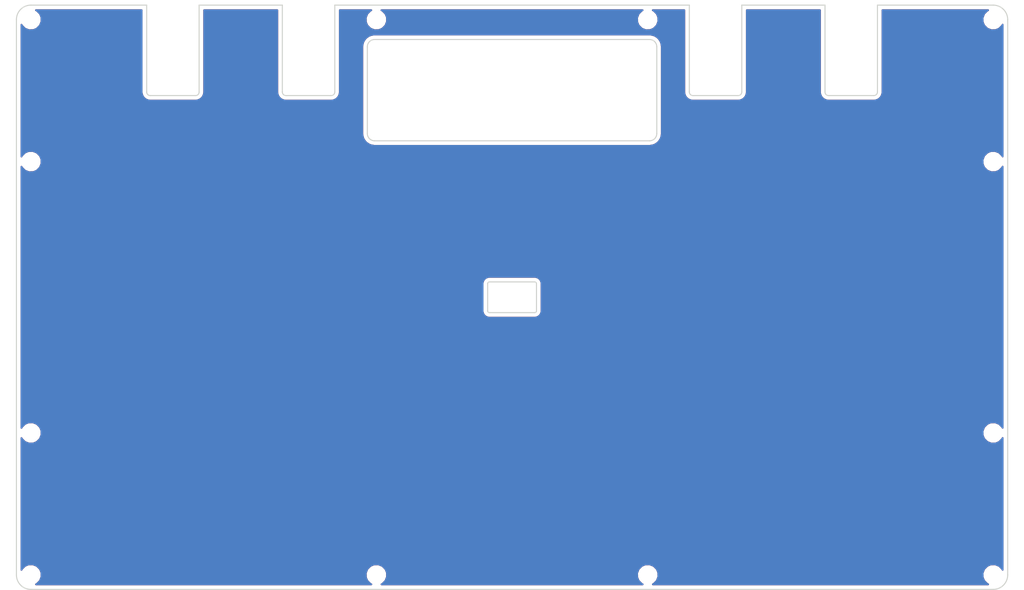
<source format=kicad_pcb>
(kicad_pcb (version 20171130) (host pcbnew 5.0.2-bee76a0~70~ubuntu18.04.1)

  (general
    (thickness 1.6)
    (drawings 48)
    (tracks 0)
    (zones 0)
    (modules 12)
    (nets 1)
  )

  (page A4)
  (layers
    (0 F.Cu signal)
    (31 B.Cu signal)
    (32 B.Adhes user)
    (33 F.Adhes user)
    (34 B.Paste user)
    (35 F.Paste user)
    (36 B.SilkS user)
    (37 F.SilkS user)
    (38 B.Mask user)
    (39 F.Mask user)
    (40 Dwgs.User user)
    (41 Cmts.User user)
    (42 Eco1.User user)
    (43 Eco2.User user)
    (44 Edge.Cuts user)
    (45 Margin user)
    (46 B.CrtYd user)
    (47 F.CrtYd user)
    (48 B.Fab user)
    (49 F.Fab user)
  )

  (setup
    (last_trace_width 0.25)
    (trace_clearance 0.2)
    (zone_clearance 0.508)
    (zone_45_only no)
    (trace_min 0.2)
    (segment_width 0.2)
    (edge_width 0.15)
    (via_size 0.8)
    (via_drill 0.4)
    (via_min_size 0.4)
    (via_min_drill 0.3)
    (uvia_size 0.3)
    (uvia_drill 0.1)
    (uvias_allowed no)
    (uvia_min_size 0.2)
    (uvia_min_drill 0.1)
    (pcb_text_width 0.3)
    (pcb_text_size 1.5 1.5)
    (mod_edge_width 0.15)
    (mod_text_size 1 1)
    (mod_text_width 0.15)
    (pad_size 1.524 1.524)
    (pad_drill 0.762)
    (pad_to_mask_clearance 0.051)
    (solder_mask_min_width 0.25)
    (aux_axis_origin 34.544 120.396)
    (visible_elements FFFFF77F)
    (pcbplotparams
      (layerselection 0x010fc_ffffffff)
      (usegerberextensions false)
      (usegerberattributes false)
      (usegerberadvancedattributes false)
      (creategerberjobfile false)
      (excludeedgelayer true)
      (linewidth 0.100000)
      (plotframeref false)
      (viasonmask false)
      (mode 1)
      (useauxorigin false)
      (hpglpennumber 1)
      (hpglpenspeed 20)
      (hpglpendiameter 15.000000)
      (psnegative false)
      (psa4output false)
      (plotreference true)
      (plotvalue true)
      (plotinvisibletext false)
      (padsonsilk false)
      (subtractmaskfromsilk false)
      (outputformat 1)
      (mirror false)
      (drillshape 1)
      (scaleselection 1)
      (outputdirectory ""))
  )

  (net 0 "")

  (net_class Default "This is the default net class."
    (clearance 0.2)
    (trace_width 0.25)
    (via_dia 0.8)
    (via_drill 0.4)
    (uvia_dia 0.3)
    (uvia_drill 0.1)
  )

  (net_class Power ""
    (clearance 0.2)
    (trace_width 0.5)
    (via_dia 0.8)
    (via_drill 0.4)
    (uvia_dia 0.3)
    (uvia_drill 0.1)
  )

  (module library:Screw_Hole (layer F.Cu) (tedit 5CB8B143) (tstamp 5CC542CE)
    (at 171.704 40.386)
    (fp_text reference "" (at 0 1.905) (layer F.SilkS)
      (effects (font (size 1 1) (thickness 0.15)))
    )
    (fp_text value Screw_Hole (at 0 -1.905) (layer F.Fab)
      (effects (font (size 1 1) (thickness 0.15)))
    )
    (pad "" np_thru_hole circle (at 0 0) (size 1.7 1.7) (drill 1.7) (layers *.Cu *.Mask))
  )

  (module library:Screw_Hole (layer F.Cu) (tedit 5CB8B143) (tstamp 5CC546C9)
    (at 171.704 118.364)
    (fp_text reference "" (at 0 1.905) (layer F.SilkS)
      (effects (font (size 1 1) (thickness 0.15)))
    )
    (fp_text value Screw_Hole (at 0 -1.905) (layer F.Fab)
      (effects (font (size 1 1) (thickness 0.15)))
    )
    (pad "" np_thru_hole circle (at 0 0) (size 1.7 1.7) (drill 1.7) (layers *.Cu *.Mask))
  )

  (module library:Screw_Hole (layer F.Cu) (tedit 5CB8B143) (tstamp 5CC546F7)
    (at 36.576 118.364)
    (fp_text reference "" (at 0 1.905) (layer F.SilkS)
      (effects (font (size 1 1) (thickness 0.15)))
    )
    (fp_text value Screw_Hole (at 0 -1.905) (layer F.Fab)
      (effects (font (size 1 1) (thickness 0.15)))
    )
    (pad "" np_thru_hole circle (at 0 0) (size 1.7 1.7) (drill 1.7) (layers *.Cu *.Mask))
  )

  (module library:Screw_Hole (layer F.Cu) (tedit 5CB8B143) (tstamp 5CC54725)
    (at 36.576 40.386)
    (fp_text reference "" (at 0 1.905) (layer F.SilkS)
      (effects (font (size 1 1) (thickness 0.15)))
    )
    (fp_text value Screw_Hole (at 0 -1.905) (layer F.Fab)
      (effects (font (size 1 1) (thickness 0.15)))
    )
    (pad "" np_thru_hole circle (at 0 0) (size 1.7 1.7) (drill 1.7) (layers *.Cu *.Mask))
  )

  (module library:Screw_Hole (layer F.Cu) (tedit 5CB8B143) (tstamp 5CC54868)
    (at 171.704 60.325)
    (fp_text reference "" (at 0 1.905) (layer F.SilkS)
      (effects (font (size 1 1) (thickness 0.15)))
    )
    (fp_text value Screw_Hole (at 0 -1.905) (layer F.Fab)
      (effects (font (size 1 1) (thickness 0.15)))
    )
    (pad "" np_thru_hole circle (at 0 0) (size 1.7 1.7) (drill 1.7) (layers *.Cu *.Mask))
  )

  (module library:Screw_Hole (layer F.Cu) (tedit 5CB8B143) (tstamp 5CC548ED)
    (at 171.704 98.425)
    (fp_text reference "" (at 0 1.905) (layer F.SilkS)
      (effects (font (size 1 1) (thickness 0.15)))
    )
    (fp_text value Screw_Hole (at 0 -1.905) (layer F.Fab)
      (effects (font (size 1 1) (thickness 0.15)))
    )
    (pad "" np_thru_hole circle (at 0 0) (size 1.7 1.7) (drill 1.7) (layers *.Cu *.Mask))
  )

  (module library:Screw_Hole (layer F.Cu) (tedit 5CB8B143) (tstamp 5CC5491B)
    (at 123.19 118.364)
    (fp_text reference "" (at 0 1.905) (layer F.SilkS)
      (effects (font (size 1 1) (thickness 0.15)))
    )
    (fp_text value Screw_Hole (at 0 -1.905) (layer F.Fab)
      (effects (font (size 1 1) (thickness 0.15)))
    )
    (pad "" np_thru_hole circle (at 0 0) (size 1.7 1.7) (drill 1.7) (layers *.Cu *.Mask))
  )

  (module library:Screw_Hole (layer F.Cu) (tedit 5CB8B143) (tstamp 5CC54949)
    (at 85.09 118.364)
    (fp_text reference "" (at 0 1.905) (layer F.SilkS)
      (effects (font (size 1 1) (thickness 0.15)))
    )
    (fp_text value Screw_Hole (at 0 -1.905) (layer F.Fab)
      (effects (font (size 1 1) (thickness 0.15)))
    )
    (pad "" np_thru_hole circle (at 0 0) (size 1.7 1.7) (drill 1.7) (layers *.Cu *.Mask))
  )

  (module library:Screw_Hole (layer F.Cu) (tedit 5CB8B143) (tstamp 5CC54977)
    (at 36.576 98.425)
    (fp_text reference "" (at 0 1.905) (layer F.SilkS)
      (effects (font (size 1 1) (thickness 0.15)))
    )
    (fp_text value Screw_Hole (at 0 -1.905) (layer F.Fab)
      (effects (font (size 1 1) (thickness 0.15)))
    )
    (pad "" np_thru_hole circle (at 0 0) (size 1.7 1.7) (drill 1.7) (layers *.Cu *.Mask))
  )

  (module library:Screw_Hole (layer F.Cu) (tedit 5CB8B143) (tstamp 5CC549A5)
    (at 36.576 60.325)
    (fp_text reference "" (at 0 1.905) (layer F.SilkS)
      (effects (font (size 1 1) (thickness 0.15)))
    )
    (fp_text value Screw_Hole (at 0 -1.905) (layer F.Fab)
      (effects (font (size 1 1) (thickness 0.15)))
    )
    (pad "" np_thru_hole circle (at 0 0) (size 1.7 1.7) (drill 1.7) (layers *.Cu *.Mask))
  )

  (module library:Screw_Hole (layer F.Cu) (tedit 5CB8B143) (tstamp 5CC549D3)
    (at 85.09 40.386)
    (fp_text reference "" (at 0 1.905) (layer F.SilkS)
      (effects (font (size 1 1) (thickness 0.15)))
    )
    (fp_text value Screw_Hole (at 0 -1.905) (layer F.Fab)
      (effects (font (size 1 1) (thickness 0.15)))
    )
    (pad "" np_thru_hole circle (at 0 0) (size 1.7 1.7) (drill 1.7) (layers *.Cu *.Mask))
  )

  (module library:Screw_Hole (layer F.Cu) (tedit 5CB8B143) (tstamp 5CC54A01)
    (at 123.19 40.386)
    (fp_text reference "" (at 0 1.905) (layer F.SilkS)
      (effects (font (size 1 1) (thickness 0.15)))
    )
    (fp_text value Screw_Hole (at 0 -1.905) (layer F.Fab)
      (effects (font (size 1 1) (thickness 0.15)))
    )
    (pad "" np_thru_hole circle (at 0 0) (size 1.7 1.7) (drill 1.7) (layers *.Cu *.Mask))
  )

  (gr_arc (start 123.444 56.388) (end 123.444 57.404) (angle -90) (layer Edge.Cuts) (width 0.15))
  (gr_line (start 124.46 44.196) (end 124.46 56.388) (layer Edge.Cuts) (width 0.15))
  (gr_line (start 84.836 57.404) (end 123.444 57.404) (layer Edge.Cuts) (width 0.15))
  (gr_arc (start 84.836 56.388) (end 83.82 56.388) (angle -90) (layer Edge.Cuts) (width 0.15))
  (gr_line (start 83.82 44.196) (end 83.82 56.388) (layer Edge.Cuts) (width 0.15))
  (gr_arc (start 84.836 44.196) (end 84.836 43.18) (angle -90) (layer Edge.Cuts) (width 0.15))
  (gr_arc (start 123.444 44.196) (end 124.46 44.196) (angle -90) (layer Edge.Cuts) (width 0.15))
  (gr_line (start 84.836 43.18) (end 123.444 43.18) (layer Edge.Cuts) (width 0.15))
  (gr_arc (start 154.94 50.546) (end 154.94 51.054) (angle -90) (layer Edge.Cuts) (width 0.15))
  (gr_arc (start 148.59 50.546) (end 148.082 50.546) (angle -90) (layer Edge.Cuts) (width 0.15))
  (gr_arc (start 129.54 50.546) (end 129.032 50.546) (angle -90) (layer Edge.Cuts) (width 0.15))
  (gr_arc (start 135.89 50.546) (end 135.89 51.054) (angle -90) (layer Edge.Cuts) (width 0.15))
  (gr_arc (start 78.74 50.546) (end 78.74 51.054) (angle -90) (layer Edge.Cuts) (width 0.15))
  (gr_arc (start 72.39 50.546) (end 71.882 50.546) (angle -90) (layer Edge.Cuts) (width 0.15))
  (gr_arc (start 59.69 50.546) (end 59.69 51.054) (angle -90) (layer Edge.Cuts) (width 0.15))
  (gr_arc (start 53.34 50.546) (end 52.832 50.546) (angle -90) (layer Edge.Cuts) (width 0.15))
  (gr_line (start 155.448 38.354) (end 171.704 38.354) (layer Edge.Cuts) (width 0.15))
  (gr_line (start 155.448 50.546) (end 155.448 38.354) (layer Edge.Cuts) (width 0.15))
  (gr_line (start 148.59 51.054) (end 154.94 51.054) (layer Edge.Cuts) (width 0.15))
  (gr_line (start 148.082 38.354) (end 148.082 50.546) (layer Edge.Cuts) (width 0.15))
  (gr_line (start 136.398 38.354) (end 148.082 38.354) (layer Edge.Cuts) (width 0.15))
  (gr_line (start 136.398 50.546) (end 136.398 38.354) (layer Edge.Cuts) (width 0.15))
  (gr_line (start 129.54 51.054) (end 135.89 51.054) (layer Edge.Cuts) (width 0.15))
  (gr_line (start 129.032 38.354) (end 129.032 50.546) (layer Edge.Cuts) (width 0.15))
  (gr_line (start 79.248 38.354) (end 129.032 38.354) (layer Edge.Cuts) (width 0.15))
  (gr_line (start 79.248 50.546) (end 79.248 38.354) (layer Edge.Cuts) (width 0.15))
  (gr_line (start 72.39 51.054) (end 78.74 51.054) (layer Edge.Cuts) (width 0.15))
  (gr_line (start 71.882 38.354) (end 71.882 50.546) (layer Edge.Cuts) (width 0.15))
  (gr_line (start 60.198 38.354) (end 71.882 38.354) (layer Edge.Cuts) (width 0.15))
  (gr_line (start 60.198 50.546) (end 60.198 38.354) (layer Edge.Cuts) (width 0.15))
  (gr_line (start 53.34 51.054) (end 59.69 51.054) (layer Edge.Cuts) (width 0.15))
  (gr_line (start 52.832 38.354) (end 52.832 50.546) (layer Edge.Cuts) (width 0.15))
  (gr_line (start 36.576 38.354) (end 52.832 38.354) (layer Edge.Cuts) (width 0.15))
  (gr_arc (start 100.965 81.28) (end 100.711 81.28) (angle -90) (layer Edge.Cuts) (width 0.15))
  (gr_arc (start 107.315 81.28) (end 107.315 81.534) (angle -90) (layer Edge.Cuts) (width 0.15))
  (gr_arc (start 107.315 77.47) (end 107.569 77.47) (angle -90) (layer Edge.Cuts) (width 0.15))
  (gr_arc (start 100.965 77.47) (end 100.711 77.47) (angle 90) (layer Edge.Cuts) (width 0.15))
  (gr_line (start 100.711 81.28) (end 100.711 77.47) (layer Edge.Cuts) (width 0.15))
  (gr_line (start 107.315 81.534) (end 100.965 81.534) (layer Edge.Cuts) (width 0.15))
  (gr_line (start 107.569 77.47) (end 107.569 81.28) (layer Edge.Cuts) (width 0.15))
  (gr_line (start 100.965 77.216) (end 107.315 77.216) (layer Edge.Cuts) (width 0.15))
  (gr_arc (start 36.576 118.364) (end 34.544 118.364) (angle -90) (layer Edge.Cuts) (width 0.15))
  (gr_arc (start 36.576 40.386) (end 36.576 38.354) (angle -90) (layer Edge.Cuts) (width 0.15))
  (gr_line (start 34.544 118.364) (end 34.544 40.386) (layer Edge.Cuts) (width 0.15))
  (gr_arc (start 171.704 118.364) (end 171.704 120.396) (angle -90) (layer Edge.Cuts) (width 0.15))
  (gr_line (start 36.576 120.396) (end 171.704 120.396) (layer Edge.Cuts) (width 0.15))
  (gr_arc (start 171.704 40.386) (end 173.736 40.386) (angle -90) (layer Edge.Cuts) (width 0.15))
  (gr_line (start 173.736 118.364) (end 173.736 40.386) (layer Edge.Cuts) (width 0.15))

  (zone (net 0) (net_name "") (layers F&B.Cu) (tstamp 0) (hatch edge 0.508)
    (connect_pads (clearance 0.508))
    (min_thickness 0.254)
    (keepout (tracks not_allowed) (vias not_allowed) (copperpour not_allowed))
    (fill (arc_segments 16) (thermal_gap 0.508) (thermal_bridge_width 0.508))
    (polygon
      (pts
        (xy 100.711 77.216) (xy 100.711 81.534) (xy 107.569 81.534) (xy 107.569 77.216)
      )
    )
  )
  (zone (net 0) (net_name "") (layer F.Cu) (tstamp 0) (hatch edge 0.508)
    (connect_pads (clearance 0.508))
    (min_thickness 0.254)
    (fill yes (arc_segments 16) (thermal_gap 0.508) (thermal_bridge_width 0.508))
    (polygon
      (pts
        (xy 34.544 38.354) (xy 34.544 120.396) (xy 173.736 120.396) (xy 173.736 38.354) (xy 155.448 38.354)
        (xy 155.448 50.8) (xy 148.082 50.8) (xy 148.082 38.354) (xy 136.398 38.354) (xy 136.398 50.8)
        (xy 129.032 50.8) (xy 129.032 38.354) (xy 79.248 38.354) (xy 79.248 50.8) (xy 71.882 50.8)
        (xy 71.882 38.354) (xy 60.198 38.354) (xy 60.198 50.8) (xy 52.832 50.8) (xy 52.832 38.354)
      )
    )
    (filled_polygon
      (pts
        (xy 52.122001 50.615926) (xy 52.135642 50.684504) (xy 52.135642 50.684514) (xy 52.174311 50.878917) (xy 52.236413 51.028844)
        (xy 52.280326 51.134859) (xy 52.390447 51.299666) (xy 52.488391 51.397609) (xy 52.586334 51.495553) (xy 52.751141 51.605674)
        (xy 52.901069 51.667776) (xy 53.007083 51.711689) (xy 53.201487 51.750358) (xy 53.201491 51.750358) (xy 53.270074 51.764)
        (xy 59.759926 51.764) (xy 59.828509 51.750358) (xy 59.828514 51.750358) (xy 60.022917 51.711689) (xy 60.172844 51.649587)
        (xy 60.278859 51.605674) (xy 60.443666 51.495553) (xy 60.541609 51.397609) (xy 60.639553 51.299666) (xy 60.749674 51.134859)
        (xy 60.840541 50.915486) (xy 60.855689 50.878917) (xy 60.894358 50.684513) (xy 60.894358 50.684509) (xy 60.908 50.615926)
        (xy 60.908 39.064) (xy 71.172 39.064) (xy 71.172001 50.615926) (xy 71.185642 50.684504) (xy 71.185642 50.684514)
        (xy 71.224311 50.878917) (xy 71.286413 51.028844) (xy 71.330326 51.134859) (xy 71.440447 51.299666) (xy 71.538391 51.397609)
        (xy 71.636334 51.495553) (xy 71.801141 51.605674) (xy 71.951069 51.667776) (xy 72.057083 51.711689) (xy 72.251487 51.750358)
        (xy 72.251491 51.750358) (xy 72.320074 51.764) (xy 78.809926 51.764) (xy 78.878509 51.750358) (xy 78.878514 51.750358)
        (xy 79.072917 51.711689) (xy 79.222844 51.649587) (xy 79.328859 51.605674) (xy 79.493666 51.495553) (xy 79.591609 51.397609)
        (xy 79.689553 51.299666) (xy 79.799674 51.134859) (xy 79.890541 50.915486) (xy 79.905689 50.878917) (xy 79.944358 50.684513)
        (xy 79.944358 50.684509) (xy 79.958 50.615926) (xy 79.958 44.126075) (xy 83.11 44.126075) (xy 83.110001 56.457926)
        (xy 83.123642 56.526504) (xy 83.123642 56.526514) (xy 83.20098 56.915319) (xy 83.200981 56.915321) (xy 83.306995 57.171262)
        (xy 83.527237 57.500876) (xy 83.625181 57.598819) (xy 83.723124 57.696763) (xy 84.052738 57.917005) (xy 84.202666 57.979107)
        (xy 84.30868 58.02302) (xy 84.697486 58.100358) (xy 84.697491 58.100358) (xy 84.766074 58.114) (xy 123.513926 58.114)
        (xy 123.582509 58.100358) (xy 123.582514 58.100358) (xy 123.971319 58.02302) (xy 124.040551 57.994343) (xy 124.227262 57.917005)
        (xy 124.556876 57.696763) (xy 124.654819 57.598819) (xy 124.752763 57.500876) (xy 124.973005 57.171262) (xy 125.057238 56.967905)
        (xy 125.07902 56.91532) (xy 125.156358 56.526514) (xy 125.156358 56.526509) (xy 125.17 56.457926) (xy 125.17 44.126074)
        (xy 125.156358 44.057491) (xy 125.156358 44.057486) (xy 125.07902 43.66868) (xy 125.035107 43.562666) (xy 124.973005 43.412738)
        (xy 124.752763 43.083124) (xy 124.654819 42.985181) (xy 124.556876 42.887237) (xy 124.227262 42.666995) (xy 123.971321 42.560981)
        (xy 123.971319 42.56098) (xy 123.582514 42.483642) (xy 123.582509 42.483642) (xy 123.513926 42.47) (xy 84.766074 42.47)
        (xy 84.697491 42.483642) (xy 84.697486 42.483642) (xy 84.30868 42.56098) (xy 84.202666 42.604893) (xy 84.052738 42.666995)
        (xy 83.723124 42.887237) (xy 83.625181 42.985181) (xy 83.527237 43.083124) (xy 83.306995 43.412738) (xy 83.222762 43.616095)
        (xy 83.20098 43.668681) (xy 83.123642 44.057486) (xy 83.123642 44.057492) (xy 83.11 44.126075) (xy 79.958 44.126075)
        (xy 79.958 39.064) (xy 84.370478 39.064) (xy 84.30592 39.090741) (xy 84.301251 39.105358) (xy 84.248815 39.127078)
        (xy 83.831078 39.544815) (xy 83.809358 39.597251) (xy 83.794741 39.60192) (xy 83.705332 39.848392) (xy 83.605 40.090615)
        (xy 83.605 40.124976) (xy 83.593282 40.157279) (xy 83.605 40.419208) (xy 83.605 40.681385) (xy 83.618149 40.71313)
        (xy 83.619685 40.747458) (xy 83.794741 41.17008) (xy 83.809358 41.174749) (xy 83.831078 41.227185) (xy 84.248815 41.644922)
        (xy 84.301251 41.666642) (xy 84.30592 41.681259) (xy 84.552392 41.770668) (xy 84.794615 41.871) (xy 84.828976 41.871)
        (xy 84.861279 41.882718) (xy 85.123208 41.871) (xy 85.385385 41.871) (xy 85.41713 41.857851) (xy 85.451458 41.856315)
        (xy 85.87408 41.681259) (xy 85.878749 41.666642) (xy 85.931185 41.644922) (xy 86.348922 41.227185) (xy 86.370642 41.174749)
        (xy 86.385259 41.17008) (xy 86.474668 40.923608) (xy 86.575 40.681385) (xy 86.575 40.647024) (xy 86.586718 40.614721)
        (xy 86.575 40.352792) (xy 86.575 40.090615) (xy 86.561851 40.05887) (xy 86.560315 40.024542) (xy 86.385259 39.60192)
        (xy 86.370642 39.597251) (xy 86.348922 39.544815) (xy 85.931185 39.127078) (xy 85.878749 39.105358) (xy 85.87408 39.090741)
        (xy 85.800363 39.064) (xy 122.470478 39.064) (xy 122.40592 39.090741) (xy 122.401251 39.105358) (xy 122.348815 39.127078)
        (xy 121.931078 39.544815) (xy 121.909358 39.597251) (xy 121.894741 39.60192) (xy 121.805332 39.848392) (xy 121.705 40.090615)
        (xy 121.705 40.124976) (xy 121.693282 40.157279) (xy 121.705 40.419208) (xy 121.705 40.681385) (xy 121.718149 40.71313)
        (xy 121.719685 40.747458) (xy 121.894741 41.17008) (xy 121.909358 41.174749) (xy 121.931078 41.227185) (xy 122.348815 41.644922)
        (xy 122.401251 41.666642) (xy 122.40592 41.681259) (xy 122.652392 41.770668) (xy 122.894615 41.871) (xy 122.928976 41.871)
        (xy 122.961279 41.882718) (xy 123.223208 41.871) (xy 123.485385 41.871) (xy 123.51713 41.857851) (xy 123.551458 41.856315)
        (xy 123.97408 41.681259) (xy 123.978749 41.666642) (xy 124.031185 41.644922) (xy 124.448922 41.227185) (xy 124.470642 41.174749)
        (xy 124.485259 41.17008) (xy 124.574668 40.923608) (xy 124.675 40.681385) (xy 124.675 40.647024) (xy 124.686718 40.614721)
        (xy 124.675 40.352792) (xy 124.675 40.090615) (xy 124.661851 40.05887) (xy 124.660315 40.024542) (xy 124.485259 39.60192)
        (xy 124.470642 39.597251) (xy 124.448922 39.544815) (xy 124.031185 39.127078) (xy 123.978749 39.105358) (xy 123.97408 39.090741)
        (xy 123.900363 39.064) (xy 128.322 39.064) (xy 128.322001 50.615926) (xy 128.335642 50.684504) (xy 128.335642 50.684514)
        (xy 128.374311 50.878917) (xy 128.436413 51.028844) (xy 128.480326 51.134859) (xy 128.590447 51.299666) (xy 128.688391 51.397609)
        (xy 128.786334 51.495553) (xy 128.951141 51.605674) (xy 129.101069 51.667776) (xy 129.207083 51.711689) (xy 129.401487 51.750358)
        (xy 129.401491 51.750358) (xy 129.470074 51.764) (xy 135.959926 51.764) (xy 136.028509 51.750358) (xy 136.028514 51.750358)
        (xy 136.222917 51.711689) (xy 136.372844 51.649587) (xy 136.478859 51.605674) (xy 136.643666 51.495553) (xy 136.741609 51.397609)
        (xy 136.839553 51.299666) (xy 136.949674 51.134859) (xy 137.040541 50.915486) (xy 137.055689 50.878917) (xy 137.094358 50.684513)
        (xy 137.094358 50.684509) (xy 137.108 50.615926) (xy 137.108 39.064) (xy 147.372 39.064) (xy 147.372001 50.615926)
        (xy 147.385642 50.684504) (xy 147.385642 50.684514) (xy 147.424311 50.878917) (xy 147.486413 51.028844) (xy 147.530326 51.134859)
        (xy 147.640447 51.299666) (xy 147.738391 51.397609) (xy 147.836334 51.495553) (xy 148.001141 51.605674) (xy 148.151069 51.667776)
        (xy 148.257083 51.711689) (xy 148.451487 51.750358) (xy 148.451491 51.750358) (xy 148.520074 51.764) (xy 155.009926 51.764)
        (xy 155.078509 51.750358) (xy 155.078514 51.750358) (xy 155.272917 51.711689) (xy 155.422844 51.649587) (xy 155.528859 51.605674)
        (xy 155.693666 51.495553) (xy 155.791609 51.397609) (xy 155.889553 51.299666) (xy 155.999674 51.134859) (xy 156.090541 50.915486)
        (xy 156.105689 50.878917) (xy 156.144358 50.684513) (xy 156.144358 50.684509) (xy 156.158 50.615926) (xy 156.158 39.064)
        (xy 170.984478 39.064) (xy 170.91992 39.090741) (xy 170.915251 39.105358) (xy 170.862815 39.127078) (xy 170.445078 39.544815)
        (xy 170.423358 39.597251) (xy 170.408741 39.60192) (xy 170.319332 39.848392) (xy 170.219 40.090615) (xy 170.219 40.124976)
        (xy 170.207282 40.157279) (xy 170.219 40.419208) (xy 170.219 40.681385) (xy 170.232149 40.71313) (xy 170.233685 40.747458)
        (xy 170.408741 41.17008) (xy 170.423358 41.174749) (xy 170.445078 41.227185) (xy 170.862815 41.644922) (xy 170.915251 41.666642)
        (xy 170.91992 41.681259) (xy 171.166392 41.770668) (xy 171.408615 41.871) (xy 171.442976 41.871) (xy 171.475279 41.882718)
        (xy 171.737208 41.871) (xy 171.999385 41.871) (xy 172.03113 41.857851) (xy 172.065458 41.856315) (xy 172.48808 41.681259)
        (xy 172.492749 41.666642) (xy 172.545185 41.644922) (xy 172.962922 41.227185) (xy 172.984642 41.174749) (xy 172.999259 41.17008)
        (xy 173.026001 41.096361) (xy 173.026001 59.60548) (xy 172.999259 59.54092) (xy 172.984642 59.536251) (xy 172.962922 59.483815)
        (xy 172.545185 59.066078) (xy 172.492749 59.044358) (xy 172.48808 59.029741) (xy 172.241608 58.940332) (xy 171.999385 58.84)
        (xy 171.965024 58.84) (xy 171.932721 58.828282) (xy 171.670792 58.84) (xy 171.408615 58.84) (xy 171.37687 58.853149)
        (xy 171.342542 58.854685) (xy 170.91992 59.029741) (xy 170.915251 59.044358) (xy 170.862815 59.066078) (xy 170.445078 59.483815)
        (xy 170.423358 59.536251) (xy 170.408741 59.54092) (xy 170.319332 59.787392) (xy 170.219 60.029615) (xy 170.219 60.063976)
        (xy 170.207282 60.096279) (xy 170.219 60.358208) (xy 170.219 60.620385) (xy 170.232149 60.65213) (xy 170.233685 60.686458)
        (xy 170.408741 61.10908) (xy 170.423358 61.113749) (xy 170.445078 61.166185) (xy 170.862815 61.583922) (xy 170.915251 61.605642)
        (xy 170.91992 61.620259) (xy 171.166392 61.709668) (xy 171.408615 61.81) (xy 171.442976 61.81) (xy 171.475279 61.821718)
        (xy 171.737208 61.81) (xy 171.999385 61.81) (xy 172.03113 61.796851) (xy 172.065458 61.795315) (xy 172.48808 61.620259)
        (xy 172.492749 61.605642) (xy 172.545185 61.583922) (xy 172.962922 61.166185) (xy 172.984642 61.113749) (xy 172.999259 61.10908)
        (xy 173.026001 61.035361) (xy 173.026 97.705479) (xy 172.999259 97.64092) (xy 172.984642 97.636251) (xy 172.962922 97.583815)
        (xy 172.545185 97.166078) (xy 172.492749 97.144358) (xy 172.48808 97.129741) (xy 172.241608 97.040332) (xy 171.999385 96.94)
        (xy 171.965024 96.94) (xy 171.932721 96.928282) (xy 171.670792 96.94) (xy 171.408615 96.94) (xy 171.37687 96.953149)
        (xy 171.342542 96.954685) (xy 170.91992 97.129741) (xy 170.915251 97.144358) (xy 170.862815 97.166078) (xy 170.445078 97.583815)
        (xy 170.423358 97.636251) (xy 170.408741 97.64092) (xy 170.319332 97.887392) (xy 170.219 98.129615) (xy 170.219 98.163976)
        (xy 170.207282 98.196279) (xy 170.219 98.458208) (xy 170.219 98.720385) (xy 170.232149 98.75213) (xy 170.233685 98.786458)
        (xy 170.408741 99.20908) (xy 170.423358 99.213749) (xy 170.445078 99.266185) (xy 170.862815 99.683922) (xy 170.915251 99.705642)
        (xy 170.91992 99.720259) (xy 171.166392 99.809668) (xy 171.408615 99.91) (xy 171.442976 99.91) (xy 171.475279 99.921718)
        (xy 171.737208 99.91) (xy 171.999385 99.91) (xy 172.03113 99.896851) (xy 172.065458 99.895315) (xy 172.48808 99.720259)
        (xy 172.492749 99.705642) (xy 172.545185 99.683922) (xy 172.962922 99.266185) (xy 172.984642 99.213749) (xy 172.999259 99.20908)
        (xy 173.026 99.135363) (xy 173.026 117.644478) (xy 172.999259 117.57992) (xy 172.984642 117.575251) (xy 172.962922 117.522815)
        (xy 172.545185 117.105078) (xy 172.492749 117.083358) (xy 172.48808 117.068741) (xy 172.241608 116.979332) (xy 171.999385 116.879)
        (xy 171.965024 116.879) (xy 171.932721 116.867282) (xy 171.670792 116.879) (xy 171.408615 116.879) (xy 171.37687 116.892149)
        (xy 171.342542 116.893685) (xy 170.91992 117.068741) (xy 170.915251 117.083358) (xy 170.862815 117.105078) (xy 170.445078 117.522815)
        (xy 170.423358 117.575251) (xy 170.408741 117.57992) (xy 170.319332 117.826392) (xy 170.219 118.068615) (xy 170.219 118.102976)
        (xy 170.207282 118.135279) (xy 170.219 118.397208) (xy 170.219 118.659385) (xy 170.232149 118.69113) (xy 170.233685 118.725458)
        (xy 170.408741 119.14808) (xy 170.423358 119.152749) (xy 170.445078 119.205185) (xy 170.862815 119.622922) (xy 170.915251 119.644642)
        (xy 170.91992 119.659259) (xy 170.993637 119.686) (xy 123.909522 119.686) (xy 123.97408 119.659259) (xy 123.978749 119.644642)
        (xy 124.031185 119.622922) (xy 124.448922 119.205185) (xy 124.470642 119.152749) (xy 124.485259 119.14808) (xy 124.574668 118.901608)
        (xy 124.675 118.659385) (xy 124.675 118.625024) (xy 124.686718 118.592721) (xy 124.675 118.330792) (xy 124.675 118.068615)
        (xy 124.661851 118.03687) (xy 124.660315 118.002542) (xy 124.485259 117.57992) (xy 124.470642 117.575251) (xy 124.448922 117.522815)
        (xy 124.031185 117.105078) (xy 123.978749 117.083358) (xy 123.97408 117.068741) (xy 123.727608 116.979332) (xy 123.485385 116.879)
        (xy 123.451024 116.879) (xy 123.418721 116.867282) (xy 123.156792 116.879) (xy 122.894615 116.879) (xy 122.86287 116.892149)
        (xy 122.828542 116.893685) (xy 122.40592 117.068741) (xy 122.401251 117.083358) (xy 122.348815 117.105078) (xy 121.931078 117.522815)
        (xy 121.909358 117.575251) (xy 121.894741 117.57992) (xy 121.805332 117.826392) (xy 121.705 118.068615) (xy 121.705 118.102976)
        (xy 121.693282 118.135279) (xy 121.705 118.397208) (xy 121.705 118.659385) (xy 121.718149 118.69113) (xy 121.719685 118.725458)
        (xy 121.894741 119.14808) (xy 121.909358 119.152749) (xy 121.931078 119.205185) (xy 122.348815 119.622922) (xy 122.401251 119.644642)
        (xy 122.40592 119.659259) (xy 122.479637 119.686) (xy 85.809522 119.686) (xy 85.87408 119.659259) (xy 85.878749 119.644642)
        (xy 85.931185 119.622922) (xy 86.348922 119.205185) (xy 86.370642 119.152749) (xy 86.385259 119.14808) (xy 86.474668 118.901608)
        (xy 86.575 118.659385) (xy 86.575 118.625024) (xy 86.586718 118.592721) (xy 86.575 118.330792) (xy 86.575 118.068615)
        (xy 86.561851 118.03687) (xy 86.560315 118.002542) (xy 86.385259 117.57992) (xy 86.370642 117.575251) (xy 86.348922 117.522815)
        (xy 85.931185 117.105078) (xy 85.878749 117.083358) (xy 85.87408 117.068741) (xy 85.627608 116.979332) (xy 85.385385 116.879)
        (xy 85.351024 116.879) (xy 85.318721 116.867282) (xy 85.056792 116.879) (xy 84.794615 116.879) (xy 84.76287 116.892149)
        (xy 84.728542 116.893685) (xy 84.30592 117.068741) (xy 84.301251 117.083358) (xy 84.248815 117.105078) (xy 83.831078 117.522815)
        (xy 83.809358 117.575251) (xy 83.794741 117.57992) (xy 83.705332 117.826392) (xy 83.605 118.068615) (xy 83.605 118.102976)
        (xy 83.593282 118.135279) (xy 83.605 118.397208) (xy 83.605 118.659385) (xy 83.618149 118.69113) (xy 83.619685 118.725458)
        (xy 83.794741 119.14808) (xy 83.809358 119.152749) (xy 83.831078 119.205185) (xy 84.248815 119.622922) (xy 84.301251 119.644642)
        (xy 84.30592 119.659259) (xy 84.379637 119.686) (xy 37.295522 119.686) (xy 37.36008 119.659259) (xy 37.364749 119.644642)
        (xy 37.417185 119.622922) (xy 37.834922 119.205185) (xy 37.856642 119.152749) (xy 37.871259 119.14808) (xy 37.960668 118.901608)
        (xy 38.061 118.659385) (xy 38.061 118.625024) (xy 38.072718 118.592721) (xy 38.061 118.330792) (xy 38.061 118.068615)
        (xy 38.047851 118.03687) (xy 38.046315 118.002542) (xy 37.871259 117.57992) (xy 37.856642 117.575251) (xy 37.834922 117.522815)
        (xy 37.417185 117.105078) (xy 37.364749 117.083358) (xy 37.36008 117.068741) (xy 37.113608 116.979332) (xy 36.871385 116.879)
        (xy 36.837024 116.879) (xy 36.804721 116.867282) (xy 36.542792 116.879) (xy 36.280615 116.879) (xy 36.24887 116.892149)
        (xy 36.214542 116.893685) (xy 35.79192 117.068741) (xy 35.787251 117.083358) (xy 35.734815 117.105078) (xy 35.317078 117.522815)
        (xy 35.295358 117.575251) (xy 35.280741 117.57992) (xy 35.254 117.653637) (xy 35.254 99.144522) (xy 35.280741 99.20908)
        (xy 35.295358 99.213749) (xy 35.317078 99.266185) (xy 35.734815 99.683922) (xy 35.787251 99.705642) (xy 35.79192 99.720259)
        (xy 36.038392 99.809668) (xy 36.280615 99.91) (xy 36.314976 99.91) (xy 36.347279 99.921718) (xy 36.609208 99.91)
        (xy 36.871385 99.91) (xy 36.90313 99.896851) (xy 36.937458 99.895315) (xy 37.36008 99.720259) (xy 37.364749 99.705642)
        (xy 37.417185 99.683922) (xy 37.834922 99.266185) (xy 37.856642 99.213749) (xy 37.871259 99.20908) (xy 37.960668 98.962608)
        (xy 38.061 98.720385) (xy 38.061 98.686024) (xy 38.072718 98.653721) (xy 38.061 98.391792) (xy 38.061 98.129615)
        (xy 38.047851 98.09787) (xy 38.046315 98.063542) (xy 37.871259 97.64092) (xy 37.856642 97.636251) (xy 37.834922 97.583815)
        (xy 37.417185 97.166078) (xy 37.364749 97.144358) (xy 37.36008 97.129741) (xy 37.113608 97.040332) (xy 36.871385 96.94)
        (xy 36.837024 96.94) (xy 36.804721 96.928282) (xy 36.542792 96.94) (xy 36.280615 96.94) (xy 36.24887 96.953149)
        (xy 36.214542 96.954685) (xy 35.79192 97.129741) (xy 35.787251 97.144358) (xy 35.734815 97.166078) (xy 35.317078 97.583815)
        (xy 35.295358 97.636251) (xy 35.280741 97.64092) (xy 35.254 97.714637) (xy 35.254 81.349925) (xy 100.001 81.349925)
        (xy 100.014643 81.418513) (xy 100.014643 81.418516) (xy 100.033977 81.515713) (xy 100.042195 81.557027) (xy 100.065596 81.592048)
        (xy 100.139992 81.771657) (xy 100.195052 81.85406) (xy 100.39094 82.049948) (xy 100.473343 82.105008) (xy 100.596357 82.155962)
        (xy 100.65295 82.179404) (xy 100.687972 82.202805) (xy 100.729282 82.211022) (xy 100.826483 82.230357) (xy 100.826486 82.230357)
        (xy 100.895074 82.244) (xy 107.384926 82.244) (xy 107.453514 82.230357) (xy 107.453516 82.230357) (xy 107.550718 82.211022)
        (xy 107.592028 82.202805) (xy 107.62705 82.179404) (xy 107.683643 82.155962) (xy 107.806657 82.105008) (xy 107.88906 82.049948)
        (xy 108.084948 81.85406) (xy 108.140008 81.771657) (xy 108.214403 81.592051) (xy 108.237805 81.557028) (xy 108.24734 81.509091)
        (xy 108.265357 81.418517) (xy 108.265357 81.418514) (xy 108.279 81.349926) (xy 108.279 77.400074) (xy 108.265357 77.331484)
        (xy 108.265357 77.331483) (xy 108.246022 77.234282) (xy 108.237805 77.192972) (xy 108.214404 77.15795) (xy 108.185844 77.089)
        (xy 108.140008 76.978343) (xy 108.084948 76.89594) (xy 107.88906 76.700052) (xy 107.806657 76.644992) (xy 107.627051 76.570597)
        (xy 107.592028 76.547195) (xy 107.540711 76.536988) (xy 107.453516 76.519643) (xy 107.453514 76.519643) (xy 107.384926 76.506)
        (xy 100.895074 76.506) (xy 100.826486 76.519643) (xy 100.826483 76.519643) (xy 100.735909 76.53766) (xy 100.687972 76.547195)
        (xy 100.652949 76.570597) (xy 100.473343 76.644992) (xy 100.39094 76.700052) (xy 100.195052 76.89594) (xy 100.139992 76.978343)
        (xy 100.094156 77.089) (xy 100.065595 77.157953) (xy 100.042196 77.192972) (xy 100.03398 77.234278) (xy 100.033978 77.234282)
        (xy 100.014643 77.331484) (xy 100.014643 77.331491) (xy 100.001001 77.400074) (xy 100.001 81.349925) (xy 35.254 81.349925)
        (xy 35.254 61.044522) (xy 35.280741 61.10908) (xy 35.295358 61.113749) (xy 35.317078 61.166185) (xy 35.734815 61.583922)
        (xy 35.787251 61.605642) (xy 35.79192 61.620259) (xy 36.038392 61.709668) (xy 36.280615 61.81) (xy 36.314976 61.81)
        (xy 36.347279 61.821718) (xy 36.609208 61.81) (xy 36.871385 61.81) (xy 36.90313 61.796851) (xy 36.937458 61.795315)
        (xy 37.36008 61.620259) (xy 37.364749 61.605642) (xy 37.417185 61.583922) (xy 37.834922 61.166185) (xy 37.856642 61.113749)
        (xy 37.871259 61.10908) (xy 37.960668 60.862608) (xy 38.061 60.620385) (xy 38.061 60.586024) (xy 38.072718 60.553721)
        (xy 38.061 60.291792) (xy 38.061 60.029615) (xy 38.047851 59.99787) (xy 38.046315 59.963542) (xy 37.871259 59.54092)
        (xy 37.856642 59.536251) (xy 37.834922 59.483815) (xy 37.417185 59.066078) (xy 37.364749 59.044358) (xy 37.36008 59.029741)
        (xy 37.113608 58.940332) (xy 36.871385 58.84) (xy 36.837024 58.84) (xy 36.804721 58.828282) (xy 36.542792 58.84)
        (xy 36.280615 58.84) (xy 36.24887 58.853149) (xy 36.214542 58.854685) (xy 35.79192 59.029741) (xy 35.787251 59.044358)
        (xy 35.734815 59.066078) (xy 35.317078 59.483815) (xy 35.295358 59.536251) (xy 35.280741 59.54092) (xy 35.254 59.614637)
        (xy 35.254 41.105522) (xy 35.280741 41.17008) (xy 35.295358 41.174749) (xy 35.317078 41.227185) (xy 35.734815 41.644922)
        (xy 35.787251 41.666642) (xy 35.79192 41.681259) (xy 36.038392 41.770668) (xy 36.280615 41.871) (xy 36.314976 41.871)
        (xy 36.347279 41.882718) (xy 36.609208 41.871) (xy 36.871385 41.871) (xy 36.90313 41.857851) (xy 36.937458 41.856315)
        (xy 37.36008 41.681259) (xy 37.364749 41.666642) (xy 37.417185 41.644922) (xy 37.834922 41.227185) (xy 37.856642 41.174749)
        (xy 37.871259 41.17008) (xy 37.960668 40.923608) (xy 38.061 40.681385) (xy 38.061 40.647024) (xy 38.072718 40.614721)
        (xy 38.061 40.352792) (xy 38.061 40.090615) (xy 38.047851 40.05887) (xy 38.046315 40.024542) (xy 37.871259 39.60192)
        (xy 37.856642 39.597251) (xy 37.834922 39.544815) (xy 37.417185 39.127078) (xy 37.364749 39.105358) (xy 37.36008 39.090741)
        (xy 37.286363 39.064) (xy 52.122 39.064)
      )
    )
  )
  (zone (net 0) (net_name "") (layers F&B.Cu) (tstamp 0) (hatch edge 0.508)
    (connect_pads (clearance 0.508))
    (min_thickness 0.254)
    (keepout (tracks not_allowed) (vias not_allowed) (copperpour not_allowed))
    (fill (arc_segments 16) (thermal_gap 0.508) (thermal_bridge_width 0.508))
    (polygon
      (pts
        (xy 83.82 43.18) (xy 83.82 57.404) (xy 124.46 57.404) (xy 124.46 43.18)
      )
    )
  )
  (zone (net 0) (net_name "") (layer B.Cu) (tstamp 0) (hatch edge 0.508)
    (connect_pads (clearance 0.508))
    (min_thickness 0.254)
    (fill yes (arc_segments 16) (thermal_gap 0.508) (thermal_bridge_width 0.508))
    (polygon
      (pts
        (xy 34.544 38.354) (xy 34.544 120.396) (xy 173.736 120.396) (xy 173.736 38.354) (xy 155.448 38.354)
        (xy 155.448 50.8) (xy 148.082 50.8) (xy 148.082 38.354) (xy 136.398 38.354) (xy 136.398 50.8)
        (xy 129.032 50.8) (xy 129.032 38.354) (xy 79.248 38.354) (xy 79.248 50.8) (xy 71.882 50.8)
        (xy 71.882 38.354) (xy 60.198 38.354) (xy 60.198 50.8) (xy 52.832 50.8) (xy 52.832 38.354)
      )
    )
    (filled_polygon
      (pts
        (xy 52.122001 50.615926) (xy 52.135642 50.684504) (xy 52.135642 50.684514) (xy 52.174311 50.878917) (xy 52.236413 51.028844)
        (xy 52.280326 51.134859) (xy 52.390447 51.299666) (xy 52.488391 51.397609) (xy 52.586334 51.495553) (xy 52.751141 51.605674)
        (xy 52.901069 51.667776) (xy 53.007083 51.711689) (xy 53.201487 51.750358) (xy 53.201491 51.750358) (xy 53.270074 51.764)
        (xy 59.759926 51.764) (xy 59.828509 51.750358) (xy 59.828514 51.750358) (xy 60.022917 51.711689) (xy 60.172844 51.649587)
        (xy 60.278859 51.605674) (xy 60.443666 51.495553) (xy 60.541609 51.397609) (xy 60.639553 51.299666) (xy 60.749674 51.134859)
        (xy 60.840541 50.915486) (xy 60.855689 50.878917) (xy 60.894358 50.684513) (xy 60.894358 50.684509) (xy 60.908 50.615926)
        (xy 60.908 39.064) (xy 71.172 39.064) (xy 71.172001 50.615926) (xy 71.185642 50.684504) (xy 71.185642 50.684514)
        (xy 71.224311 50.878917) (xy 71.286413 51.028844) (xy 71.330326 51.134859) (xy 71.440447 51.299666) (xy 71.538391 51.397609)
        (xy 71.636334 51.495553) (xy 71.801141 51.605674) (xy 71.951069 51.667776) (xy 72.057083 51.711689) (xy 72.251487 51.750358)
        (xy 72.251491 51.750358) (xy 72.320074 51.764) (xy 78.809926 51.764) (xy 78.878509 51.750358) (xy 78.878514 51.750358)
        (xy 79.072917 51.711689) (xy 79.222844 51.649587) (xy 79.328859 51.605674) (xy 79.493666 51.495553) (xy 79.591609 51.397609)
        (xy 79.689553 51.299666) (xy 79.799674 51.134859) (xy 79.890541 50.915486) (xy 79.905689 50.878917) (xy 79.944358 50.684513)
        (xy 79.944358 50.684509) (xy 79.958 50.615926) (xy 79.958 44.126075) (xy 83.11 44.126075) (xy 83.110001 56.457926)
        (xy 83.123642 56.526504) (xy 83.123642 56.526514) (xy 83.20098 56.915319) (xy 83.200981 56.915321) (xy 83.306995 57.171262)
        (xy 83.527237 57.500876) (xy 83.625181 57.598819) (xy 83.723124 57.696763) (xy 84.052738 57.917005) (xy 84.202666 57.979107)
        (xy 84.30868 58.02302) (xy 84.697486 58.100358) (xy 84.697491 58.100358) (xy 84.766074 58.114) (xy 123.513926 58.114)
        (xy 123.582509 58.100358) (xy 123.582514 58.100358) (xy 123.971319 58.02302) (xy 124.040551 57.994343) (xy 124.227262 57.917005)
        (xy 124.556876 57.696763) (xy 124.654819 57.598819) (xy 124.752763 57.500876) (xy 124.973005 57.171262) (xy 125.057238 56.967905)
        (xy 125.07902 56.91532) (xy 125.156358 56.526514) (xy 125.156358 56.526509) (xy 125.17 56.457926) (xy 125.17 44.126074)
        (xy 125.156358 44.057491) (xy 125.156358 44.057486) (xy 125.07902 43.66868) (xy 125.035107 43.562666) (xy 124.973005 43.412738)
        (xy 124.752763 43.083124) (xy 124.654819 42.985181) (xy 124.556876 42.887237) (xy 124.227262 42.666995) (xy 123.971321 42.560981)
        (xy 123.971319 42.56098) (xy 123.582514 42.483642) (xy 123.582509 42.483642) (xy 123.513926 42.47) (xy 84.766074 42.47)
        (xy 84.697491 42.483642) (xy 84.697486 42.483642) (xy 84.30868 42.56098) (xy 84.202666 42.604893) (xy 84.052738 42.666995)
        (xy 83.723124 42.887237) (xy 83.625181 42.985181) (xy 83.527237 43.083124) (xy 83.306995 43.412738) (xy 83.222762 43.616095)
        (xy 83.20098 43.668681) (xy 83.123642 44.057486) (xy 83.123642 44.057492) (xy 83.11 44.126075) (xy 79.958 44.126075)
        (xy 79.958 39.064) (xy 84.370478 39.064) (xy 84.30592 39.090741) (xy 84.301251 39.105358) (xy 84.248815 39.127078)
        (xy 83.831078 39.544815) (xy 83.809358 39.597251) (xy 83.794741 39.60192) (xy 83.705332 39.848392) (xy 83.605 40.090615)
        (xy 83.605 40.124976) (xy 83.593282 40.157279) (xy 83.605 40.419208) (xy 83.605 40.681385) (xy 83.618149 40.71313)
        (xy 83.619685 40.747458) (xy 83.794741 41.17008) (xy 83.809358 41.174749) (xy 83.831078 41.227185) (xy 84.248815 41.644922)
        (xy 84.301251 41.666642) (xy 84.30592 41.681259) (xy 84.552392 41.770668) (xy 84.794615 41.871) (xy 84.828976 41.871)
        (xy 84.861279 41.882718) (xy 85.123208 41.871) (xy 85.385385 41.871) (xy 85.41713 41.857851) (xy 85.451458 41.856315)
        (xy 85.87408 41.681259) (xy 85.878749 41.666642) (xy 85.931185 41.644922) (xy 86.348922 41.227185) (xy 86.370642 41.174749)
        (xy 86.385259 41.17008) (xy 86.474668 40.923608) (xy 86.575 40.681385) (xy 86.575 40.647024) (xy 86.586718 40.614721)
        (xy 86.575 40.352792) (xy 86.575 40.090615) (xy 86.561851 40.05887) (xy 86.560315 40.024542) (xy 86.385259 39.60192)
        (xy 86.370642 39.597251) (xy 86.348922 39.544815) (xy 85.931185 39.127078) (xy 85.878749 39.105358) (xy 85.87408 39.090741)
        (xy 85.800363 39.064) (xy 122.470478 39.064) (xy 122.40592 39.090741) (xy 122.401251 39.105358) (xy 122.348815 39.127078)
        (xy 121.931078 39.544815) (xy 121.909358 39.597251) (xy 121.894741 39.60192) (xy 121.805332 39.848392) (xy 121.705 40.090615)
        (xy 121.705 40.124976) (xy 121.693282 40.157279) (xy 121.705 40.419208) (xy 121.705 40.681385) (xy 121.718149 40.71313)
        (xy 121.719685 40.747458) (xy 121.894741 41.17008) (xy 121.909358 41.174749) (xy 121.931078 41.227185) (xy 122.348815 41.644922)
        (xy 122.401251 41.666642) (xy 122.40592 41.681259) (xy 122.652392 41.770668) (xy 122.894615 41.871) (xy 122.928976 41.871)
        (xy 122.961279 41.882718) (xy 123.223208 41.871) (xy 123.485385 41.871) (xy 123.51713 41.857851) (xy 123.551458 41.856315)
        (xy 123.97408 41.681259) (xy 123.978749 41.666642) (xy 124.031185 41.644922) (xy 124.448922 41.227185) (xy 124.470642 41.174749)
        (xy 124.485259 41.17008) (xy 124.574668 40.923608) (xy 124.675 40.681385) (xy 124.675 40.647024) (xy 124.686718 40.614721)
        (xy 124.675 40.352792) (xy 124.675 40.090615) (xy 124.661851 40.05887) (xy 124.660315 40.024542) (xy 124.485259 39.60192)
        (xy 124.470642 39.597251) (xy 124.448922 39.544815) (xy 124.031185 39.127078) (xy 123.978749 39.105358) (xy 123.97408 39.090741)
        (xy 123.900363 39.064) (xy 128.322 39.064) (xy 128.322001 50.615926) (xy 128.335642 50.684504) (xy 128.335642 50.684514)
        (xy 128.374311 50.878917) (xy 128.436413 51.028844) (xy 128.480326 51.134859) (xy 128.590447 51.299666) (xy 128.688391 51.397609)
        (xy 128.786334 51.495553) (xy 128.951141 51.605674) (xy 129.101069 51.667776) (xy 129.207083 51.711689) (xy 129.401487 51.750358)
        (xy 129.401491 51.750358) (xy 129.470074 51.764) (xy 135.959926 51.764) (xy 136.028509 51.750358) (xy 136.028514 51.750358)
        (xy 136.222917 51.711689) (xy 136.372844 51.649587) (xy 136.478859 51.605674) (xy 136.643666 51.495553) (xy 136.741609 51.397609)
        (xy 136.839553 51.299666) (xy 136.949674 51.134859) (xy 137.040541 50.915486) (xy 137.055689 50.878917) (xy 137.094358 50.684513)
        (xy 137.094358 50.684509) (xy 137.108 50.615926) (xy 137.108 39.064) (xy 147.372 39.064) (xy 147.372001 50.615926)
        (xy 147.385642 50.684504) (xy 147.385642 50.684514) (xy 147.424311 50.878917) (xy 147.486413 51.028844) (xy 147.530326 51.134859)
        (xy 147.640447 51.299666) (xy 147.738391 51.397609) (xy 147.836334 51.495553) (xy 148.001141 51.605674) (xy 148.151069 51.667776)
        (xy 148.257083 51.711689) (xy 148.451487 51.750358) (xy 148.451491 51.750358) (xy 148.520074 51.764) (xy 155.009926 51.764)
        (xy 155.078509 51.750358) (xy 155.078514 51.750358) (xy 155.272917 51.711689) (xy 155.422844 51.649587) (xy 155.528859 51.605674)
        (xy 155.693666 51.495553) (xy 155.791609 51.397609) (xy 155.889553 51.299666) (xy 155.999674 51.134859) (xy 156.090541 50.915486)
        (xy 156.105689 50.878917) (xy 156.144358 50.684513) (xy 156.144358 50.684509) (xy 156.158 50.615926) (xy 156.158 39.064)
        (xy 170.984478 39.064) (xy 170.91992 39.090741) (xy 170.915251 39.105358) (xy 170.862815 39.127078) (xy 170.445078 39.544815)
        (xy 170.423358 39.597251) (xy 170.408741 39.60192) (xy 170.319332 39.848392) (xy 170.219 40.090615) (xy 170.219 40.124976)
        (xy 170.207282 40.157279) (xy 170.219 40.419208) (xy 170.219 40.681385) (xy 170.232149 40.71313) (xy 170.233685 40.747458)
        (xy 170.408741 41.17008) (xy 170.423358 41.174749) (xy 170.445078 41.227185) (xy 170.862815 41.644922) (xy 170.915251 41.666642)
        (xy 170.91992 41.681259) (xy 171.166392 41.770668) (xy 171.408615 41.871) (xy 171.442976 41.871) (xy 171.475279 41.882718)
        (xy 171.737208 41.871) (xy 171.999385 41.871) (xy 172.03113 41.857851) (xy 172.065458 41.856315) (xy 172.48808 41.681259)
        (xy 172.492749 41.666642) (xy 172.545185 41.644922) (xy 172.962922 41.227185) (xy 172.984642 41.174749) (xy 172.999259 41.17008)
        (xy 173.026001 41.096361) (xy 173.026001 59.60548) (xy 172.999259 59.54092) (xy 172.984642 59.536251) (xy 172.962922 59.483815)
        (xy 172.545185 59.066078) (xy 172.492749 59.044358) (xy 172.48808 59.029741) (xy 172.241608 58.940332) (xy 171.999385 58.84)
        (xy 171.965024 58.84) (xy 171.932721 58.828282) (xy 171.670792 58.84) (xy 171.408615 58.84) (xy 171.37687 58.853149)
        (xy 171.342542 58.854685) (xy 170.91992 59.029741) (xy 170.915251 59.044358) (xy 170.862815 59.066078) (xy 170.445078 59.483815)
        (xy 170.423358 59.536251) (xy 170.408741 59.54092) (xy 170.319332 59.787392) (xy 170.219 60.029615) (xy 170.219 60.063976)
        (xy 170.207282 60.096279) (xy 170.219 60.358208) (xy 170.219 60.620385) (xy 170.232149 60.65213) (xy 170.233685 60.686458)
        (xy 170.408741 61.10908) (xy 170.423358 61.113749) (xy 170.445078 61.166185) (xy 170.862815 61.583922) (xy 170.915251 61.605642)
        (xy 170.91992 61.620259) (xy 171.166392 61.709668) (xy 171.408615 61.81) (xy 171.442976 61.81) (xy 171.475279 61.821718)
        (xy 171.737208 61.81) (xy 171.999385 61.81) (xy 172.03113 61.796851) (xy 172.065458 61.795315) (xy 172.48808 61.620259)
        (xy 172.492749 61.605642) (xy 172.545185 61.583922) (xy 172.962922 61.166185) (xy 172.984642 61.113749) (xy 172.999259 61.10908)
        (xy 173.026001 61.035361) (xy 173.026 97.705479) (xy 172.999259 97.64092) (xy 172.984642 97.636251) (xy 172.962922 97.583815)
        (xy 172.545185 97.166078) (xy 172.492749 97.144358) (xy 172.48808 97.129741) (xy 172.241608 97.040332) (xy 171.999385 96.94)
        (xy 171.965024 96.94) (xy 171.932721 96.928282) (xy 171.670792 96.94) (xy 171.408615 96.94) (xy 171.37687 96.953149)
        (xy 171.342542 96.954685) (xy 170.91992 97.129741) (xy 170.915251 97.144358) (xy 170.862815 97.166078) (xy 170.445078 97.583815)
        (xy 170.423358 97.636251) (xy 170.408741 97.64092) (xy 170.319332 97.887392) (xy 170.219 98.129615) (xy 170.219 98.163976)
        (xy 170.207282 98.196279) (xy 170.219 98.458208) (xy 170.219 98.720385) (xy 170.232149 98.75213) (xy 170.233685 98.786458)
        (xy 170.408741 99.20908) (xy 170.423358 99.213749) (xy 170.445078 99.266185) (xy 170.862815 99.683922) (xy 170.915251 99.705642)
        (xy 170.91992 99.720259) (xy 171.166392 99.809668) (xy 171.408615 99.91) (xy 171.442976 99.91) (xy 171.475279 99.921718)
        (xy 171.737208 99.91) (xy 171.999385 99.91) (xy 172.03113 99.896851) (xy 172.065458 99.895315) (xy 172.48808 99.720259)
        (xy 172.492749 99.705642) (xy 172.545185 99.683922) (xy 172.962922 99.266185) (xy 172.984642 99.213749) (xy 172.999259 99.20908)
        (xy 173.026 99.135363) (xy 173.026 117.644478) (xy 172.999259 117.57992) (xy 172.984642 117.575251) (xy 172.962922 117.522815)
        (xy 172.545185 117.105078) (xy 172.492749 117.083358) (xy 172.48808 117.068741) (xy 172.241608 116.979332) (xy 171.999385 116.879)
        (xy 171.965024 116.879) (xy 171.932721 116.867282) (xy 171.670792 116.879) (xy 171.408615 116.879) (xy 171.37687 116.892149)
        (xy 171.342542 116.893685) (xy 170.91992 117.068741) (xy 170.915251 117.083358) (xy 170.862815 117.105078) (xy 170.445078 117.522815)
        (xy 170.423358 117.575251) (xy 170.408741 117.57992) (xy 170.319332 117.826392) (xy 170.219 118.068615) (xy 170.219 118.102976)
        (xy 170.207282 118.135279) (xy 170.219 118.397208) (xy 170.219 118.659385) (xy 170.232149 118.69113) (xy 170.233685 118.725458)
        (xy 170.408741 119.14808) (xy 170.423358 119.152749) (xy 170.445078 119.205185) (xy 170.862815 119.622922) (xy 170.915251 119.644642)
        (xy 170.91992 119.659259) (xy 170.993637 119.686) (xy 123.909522 119.686) (xy 123.97408 119.659259) (xy 123.978749 119.644642)
        (xy 124.031185 119.622922) (xy 124.448922 119.205185) (xy 124.470642 119.152749) (xy 124.485259 119.14808) (xy 124.574668 118.901608)
        (xy 124.675 118.659385) (xy 124.675 118.625024) (xy 124.686718 118.592721) (xy 124.675 118.330792) (xy 124.675 118.068615)
        (xy 124.661851 118.03687) (xy 124.660315 118.002542) (xy 124.485259 117.57992) (xy 124.470642 117.575251) (xy 124.448922 117.522815)
        (xy 124.031185 117.105078) (xy 123.978749 117.083358) (xy 123.97408 117.068741) (xy 123.727608 116.979332) (xy 123.485385 116.879)
        (xy 123.451024 116.879) (xy 123.418721 116.867282) (xy 123.156792 116.879) (xy 122.894615 116.879) (xy 122.86287 116.892149)
        (xy 122.828542 116.893685) (xy 122.40592 117.068741) (xy 122.401251 117.083358) (xy 122.348815 117.105078) (xy 121.931078 117.522815)
        (xy 121.909358 117.575251) (xy 121.894741 117.57992) (xy 121.805332 117.826392) (xy 121.705 118.068615) (xy 121.705 118.102976)
        (xy 121.693282 118.135279) (xy 121.705 118.397208) (xy 121.705 118.659385) (xy 121.718149 118.69113) (xy 121.719685 118.725458)
        (xy 121.894741 119.14808) (xy 121.909358 119.152749) (xy 121.931078 119.205185) (xy 122.348815 119.622922) (xy 122.401251 119.644642)
        (xy 122.40592 119.659259) (xy 122.479637 119.686) (xy 85.809522 119.686) (xy 85.87408 119.659259) (xy 85.878749 119.644642)
        (xy 85.931185 119.622922) (xy 86.348922 119.205185) (xy 86.370642 119.152749) (xy 86.385259 119.14808) (xy 86.474668 118.901608)
        (xy 86.575 118.659385) (xy 86.575 118.625024) (xy 86.586718 118.592721) (xy 86.575 118.330792) (xy 86.575 118.068615)
        (xy 86.561851 118.03687) (xy 86.560315 118.002542) (xy 86.385259 117.57992) (xy 86.370642 117.575251) (xy 86.348922 117.522815)
        (xy 85.931185 117.105078) (xy 85.878749 117.083358) (xy 85.87408 117.068741) (xy 85.627608 116.979332) (xy 85.385385 116.879)
        (xy 85.351024 116.879) (xy 85.318721 116.867282) (xy 85.056792 116.879) (xy 84.794615 116.879) (xy 84.76287 116.892149)
        (xy 84.728542 116.893685) (xy 84.30592 117.068741) (xy 84.301251 117.083358) (xy 84.248815 117.105078) (xy 83.831078 117.522815)
        (xy 83.809358 117.575251) (xy 83.794741 117.57992) (xy 83.705332 117.826392) (xy 83.605 118.068615) (xy 83.605 118.102976)
        (xy 83.593282 118.135279) (xy 83.605 118.397208) (xy 83.605 118.659385) (xy 83.618149 118.69113) (xy 83.619685 118.725458)
        (xy 83.794741 119.14808) (xy 83.809358 119.152749) (xy 83.831078 119.205185) (xy 84.248815 119.622922) (xy 84.301251 119.644642)
        (xy 84.30592 119.659259) (xy 84.379637 119.686) (xy 37.295522 119.686) (xy 37.36008 119.659259) (xy 37.364749 119.644642)
        (xy 37.417185 119.622922) (xy 37.834922 119.205185) (xy 37.856642 119.152749) (xy 37.871259 119.14808) (xy 37.960668 118.901608)
        (xy 38.061 118.659385) (xy 38.061 118.625024) (xy 38.072718 118.592721) (xy 38.061 118.330792) (xy 38.061 118.068615)
        (xy 38.047851 118.03687) (xy 38.046315 118.002542) (xy 37.871259 117.57992) (xy 37.856642 117.575251) (xy 37.834922 117.522815)
        (xy 37.417185 117.105078) (xy 37.364749 117.083358) (xy 37.36008 117.068741) (xy 37.113608 116.979332) (xy 36.871385 116.879)
        (xy 36.837024 116.879) (xy 36.804721 116.867282) (xy 36.542792 116.879) (xy 36.280615 116.879) (xy 36.24887 116.892149)
        (xy 36.214542 116.893685) (xy 35.79192 117.068741) (xy 35.787251 117.083358) (xy 35.734815 117.105078) (xy 35.317078 117.522815)
        (xy 35.295358 117.575251) (xy 35.280741 117.57992) (xy 35.254 117.653637) (xy 35.254 99.144522) (xy 35.280741 99.20908)
        (xy 35.295358 99.213749) (xy 35.317078 99.266185) (xy 35.734815 99.683922) (xy 35.787251 99.705642) (xy 35.79192 99.720259)
        (xy 36.038392 99.809668) (xy 36.280615 99.91) (xy 36.314976 99.91) (xy 36.347279 99.921718) (xy 36.609208 99.91)
        (xy 36.871385 99.91) (xy 36.90313 99.896851) (xy 36.937458 99.895315) (xy 37.36008 99.720259) (xy 37.364749 99.705642)
        (xy 37.417185 99.683922) (xy 37.834922 99.266185) (xy 37.856642 99.213749) (xy 37.871259 99.20908) (xy 37.960668 98.962608)
        (xy 38.061 98.720385) (xy 38.061 98.686024) (xy 38.072718 98.653721) (xy 38.061 98.391792) (xy 38.061 98.129615)
        (xy 38.047851 98.09787) (xy 38.046315 98.063542) (xy 37.871259 97.64092) (xy 37.856642 97.636251) (xy 37.834922 97.583815)
        (xy 37.417185 97.166078) (xy 37.364749 97.144358) (xy 37.36008 97.129741) (xy 37.113608 97.040332) (xy 36.871385 96.94)
        (xy 36.837024 96.94) (xy 36.804721 96.928282) (xy 36.542792 96.94) (xy 36.280615 96.94) (xy 36.24887 96.953149)
        (xy 36.214542 96.954685) (xy 35.79192 97.129741) (xy 35.787251 97.144358) (xy 35.734815 97.166078) (xy 35.317078 97.583815)
        (xy 35.295358 97.636251) (xy 35.280741 97.64092) (xy 35.254 97.714637) (xy 35.254 81.349925) (xy 100.001 81.349925)
        (xy 100.014643 81.418513) (xy 100.014643 81.418516) (xy 100.033977 81.515713) (xy 100.042195 81.557027) (xy 100.065596 81.592048)
        (xy 100.139992 81.771657) (xy 100.195052 81.85406) (xy 100.39094 82.049948) (xy 100.473343 82.105008) (xy 100.596357 82.155962)
        (xy 100.65295 82.179404) (xy 100.687972 82.202805) (xy 100.729282 82.211022) (xy 100.826483 82.230357) (xy 100.826486 82.230357)
        (xy 100.895074 82.244) (xy 107.384926 82.244) (xy 107.453514 82.230357) (xy 107.453516 82.230357) (xy 107.550718 82.211022)
        (xy 107.592028 82.202805) (xy 107.62705 82.179404) (xy 107.683643 82.155962) (xy 107.806657 82.105008) (xy 107.88906 82.049948)
        (xy 108.084948 81.85406) (xy 108.140008 81.771657) (xy 108.214403 81.592051) (xy 108.237805 81.557028) (xy 108.24734 81.509091)
        (xy 108.265357 81.418517) (xy 108.265357 81.418514) (xy 108.279 81.349926) (xy 108.279 77.400074) (xy 108.265357 77.331484)
        (xy 108.265357 77.331483) (xy 108.246022 77.234282) (xy 108.237805 77.192972) (xy 108.214404 77.15795) (xy 108.185844 77.089)
        (xy 108.140008 76.978343) (xy 108.084948 76.89594) (xy 107.88906 76.700052) (xy 107.806657 76.644992) (xy 107.627051 76.570597)
        (xy 107.592028 76.547195) (xy 107.540711 76.536988) (xy 107.453516 76.519643) (xy 107.453514 76.519643) (xy 107.384926 76.506)
        (xy 100.895074 76.506) (xy 100.826486 76.519643) (xy 100.826483 76.519643) (xy 100.735909 76.53766) (xy 100.687972 76.547195)
        (xy 100.652949 76.570597) (xy 100.473343 76.644992) (xy 100.39094 76.700052) (xy 100.195052 76.89594) (xy 100.139992 76.978343)
        (xy 100.094156 77.089) (xy 100.065595 77.157953) (xy 100.042196 77.192972) (xy 100.03398 77.234278) (xy 100.033978 77.234282)
        (xy 100.014643 77.331484) (xy 100.014643 77.331491) (xy 100.001001 77.400074) (xy 100.001 81.349925) (xy 35.254 81.349925)
        (xy 35.254 61.044522) (xy 35.280741 61.10908) (xy 35.295358 61.113749) (xy 35.317078 61.166185) (xy 35.734815 61.583922)
        (xy 35.787251 61.605642) (xy 35.79192 61.620259) (xy 36.038392 61.709668) (xy 36.280615 61.81) (xy 36.314976 61.81)
        (xy 36.347279 61.821718) (xy 36.609208 61.81) (xy 36.871385 61.81) (xy 36.90313 61.796851) (xy 36.937458 61.795315)
        (xy 37.36008 61.620259) (xy 37.364749 61.605642) (xy 37.417185 61.583922) (xy 37.834922 61.166185) (xy 37.856642 61.113749)
        (xy 37.871259 61.10908) (xy 37.960668 60.862608) (xy 38.061 60.620385) (xy 38.061 60.586024) (xy 38.072718 60.553721)
        (xy 38.061 60.291792) (xy 38.061 60.029615) (xy 38.047851 59.99787) (xy 38.046315 59.963542) (xy 37.871259 59.54092)
        (xy 37.856642 59.536251) (xy 37.834922 59.483815) (xy 37.417185 59.066078) (xy 37.364749 59.044358) (xy 37.36008 59.029741)
        (xy 37.113608 58.940332) (xy 36.871385 58.84) (xy 36.837024 58.84) (xy 36.804721 58.828282) (xy 36.542792 58.84)
        (xy 36.280615 58.84) (xy 36.24887 58.853149) (xy 36.214542 58.854685) (xy 35.79192 59.029741) (xy 35.787251 59.044358)
        (xy 35.734815 59.066078) (xy 35.317078 59.483815) (xy 35.295358 59.536251) (xy 35.280741 59.54092) (xy 35.254 59.614637)
        (xy 35.254 41.105522) (xy 35.280741 41.17008) (xy 35.295358 41.174749) (xy 35.317078 41.227185) (xy 35.734815 41.644922)
        (xy 35.787251 41.666642) (xy 35.79192 41.681259) (xy 36.038392 41.770668) (xy 36.280615 41.871) (xy 36.314976 41.871)
        (xy 36.347279 41.882718) (xy 36.609208 41.871) (xy 36.871385 41.871) (xy 36.90313 41.857851) (xy 36.937458 41.856315)
        (xy 37.36008 41.681259) (xy 37.364749 41.666642) (xy 37.417185 41.644922) (xy 37.834922 41.227185) (xy 37.856642 41.174749)
        (xy 37.871259 41.17008) (xy 37.960668 40.923608) (xy 38.061 40.681385) (xy 38.061 40.647024) (xy 38.072718 40.614721)
        (xy 38.061 40.352792) (xy 38.061 40.090615) (xy 38.047851 40.05887) (xy 38.046315 40.024542) (xy 37.871259 39.60192)
        (xy 37.856642 39.597251) (xy 37.834922 39.544815) (xy 37.417185 39.127078) (xy 37.364749 39.105358) (xy 37.36008 39.090741)
        (xy 37.286363 39.064) (xy 52.122 39.064)
      )
    )
  )
)

</source>
